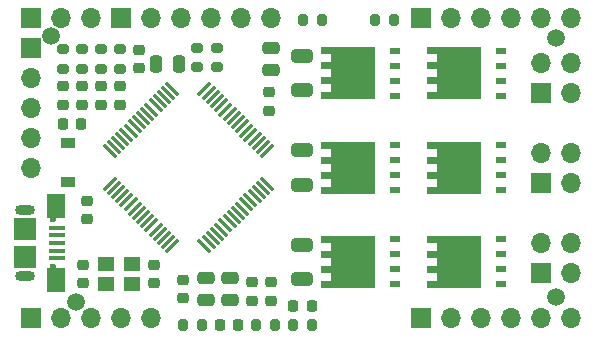
<source format=gbr>
%TF.GenerationSoftware,KiCad,Pcbnew,6.0.5+dfsg-1~bpo11+1*%
%TF.CreationDate,2022-07-20T16:51:46+00:00*%
%TF.ProjectId,xESC2,78455343-322e-46b6-9963-61645f706362,rev?*%
%TF.SameCoordinates,Original*%
%TF.FileFunction,Soldermask,Top*%
%TF.FilePolarity,Negative*%
%FSLAX46Y46*%
G04 Gerber Fmt 4.6, Leading zero omitted, Abs format (unit mm)*
G04 Created by KiCad (PCBNEW 6.0.5+dfsg-1~bpo11+1) date 2022-07-20 16:51:46*
%MOMM*%
%LPD*%
G01*
G04 APERTURE LIST*
G04 Aperture macros list*
%AMRoundRect*
0 Rectangle with rounded corners*
0 $1 Rounding radius*
0 $2 $3 $4 $5 $6 $7 $8 $9 X,Y pos of 4 corners*
0 Add a 4 corners polygon primitive as box body*
4,1,4,$2,$3,$4,$5,$6,$7,$8,$9,$2,$3,0*
0 Add four circle primitives for the rounded corners*
1,1,$1+$1,$2,$3*
1,1,$1+$1,$4,$5*
1,1,$1+$1,$6,$7*
1,1,$1+$1,$8,$9*
0 Add four rect primitives between the rounded corners*
20,1,$1+$1,$2,$3,$4,$5,0*
20,1,$1+$1,$4,$5,$6,$7,0*
20,1,$1+$1,$6,$7,$8,$9,0*
20,1,$1+$1,$8,$9,$2,$3,0*%
%AMFreePoly0*
4,1,17,2.675000,1.605000,1.875000,1.605000,1.875000,0.935000,2.675000,0.935000,2.675000,0.335000,1.875000,0.335000,1.875000,-0.335000,2.675000,-0.335000,2.675000,-0.935000,1.875000,-0.935000,1.875000,-1.605000,2.675000,-1.605000,2.675000,-2.205000,-1.875000,-2.205000,-1.875000,2.205000,2.675000,2.205000,2.675000,1.605000,2.675000,1.605000,$1*%
G04 Aperture macros list end*
%ADD10RoundRect,0.225000X0.250000X-0.225000X0.250000X0.225000X-0.250000X0.225000X-0.250000X-0.225000X0*%
%ADD11RoundRect,0.225000X-0.250000X0.225000X-0.250000X-0.225000X0.250000X-0.225000X0.250000X0.225000X0*%
%ADD12RoundRect,0.225000X0.225000X0.250000X-0.225000X0.250000X-0.225000X-0.250000X0.225000X-0.250000X0*%
%ADD13RoundRect,0.250000X-0.475000X0.250000X-0.475000X-0.250000X0.475000X-0.250000X0.475000X0.250000X0*%
%ADD14RoundRect,0.250000X0.475000X-0.250000X0.475000X0.250000X-0.475000X0.250000X-0.475000X-0.250000X0*%
%ADD15RoundRect,0.200000X-0.200000X-0.275000X0.200000X-0.275000X0.200000X0.275000X-0.200000X0.275000X0*%
%ADD16RoundRect,0.218750X-0.218750X-0.256250X0.218750X-0.256250X0.218750X0.256250X-0.218750X0.256250X0*%
%ADD17R,1.700000X1.700000*%
%ADD18O,1.700000X1.700000*%
%ADD19RoundRect,0.218750X-0.256250X0.218750X-0.256250X-0.218750X0.256250X-0.218750X0.256250X0.218750X0*%
%ADD20RoundRect,0.218750X0.218750X0.256250X-0.218750X0.256250X-0.218750X-0.256250X0.218750X-0.256250X0*%
%ADD21RoundRect,0.075000X-0.441942X-0.548008X0.548008X0.441942X0.441942X0.548008X-0.548008X-0.441942X0*%
%ADD22RoundRect,0.075000X0.441942X-0.548008X0.548008X-0.441942X-0.441942X0.548008X-0.548008X0.441942X0*%
%ADD23RoundRect,0.249999X0.650001X-0.325001X0.650001X0.325001X-0.650001X0.325001X-0.650001X-0.325001X0*%
%ADD24FreePoly0,180.000000*%
%ADD25R,0.850000X0.500000*%
%ADD26C,0.600000*%
%ADD27R,1.350000X0.400000*%
%ADD28R,1.600000X2.100000*%
%ADD29R,1.900000X1.900000*%
%ADD30O,1.700000X0.850000*%
%ADD31R,1.200000X0.900000*%
%ADD32RoundRect,0.200000X0.275000X-0.200000X0.275000X0.200000X-0.275000X0.200000X-0.275000X-0.200000X0*%
%ADD33R,1.400000X1.200000*%
%ADD34RoundRect,0.250000X-0.250000X-0.475000X0.250000X-0.475000X0.250000X0.475000X-0.250000X0.475000X0*%
%ADD35RoundRect,0.200000X-0.275000X0.200000X-0.275000X-0.200000X0.275000X-0.200000X0.275000X0.200000X0*%
%ADD36C,1.500000*%
G04 APERTURE END LIST*
D10*
%TO.C,C32*%
X235500000Y-128175000D03*
X235500000Y-126625000D03*
%TD*%
D11*
%TO.C,C33*%
X241500000Y-126625000D03*
X241500000Y-128175000D03*
%TD*%
D12*
%TO.C,C34*%
X235325000Y-114700000D03*
X233775000Y-114700000D03*
%TD*%
D13*
%TO.C,C35*%
X251400000Y-108250000D03*
X251400000Y-110150000D03*
%TD*%
D11*
%TO.C,C37*%
X243960000Y-127925000D03*
X243960000Y-129475000D03*
%TD*%
D14*
%TO.C,C38*%
X247960000Y-129660000D03*
X247960000Y-127760000D03*
%TD*%
D10*
%TO.C,C40*%
X251200000Y-113575000D03*
X251200000Y-112025000D03*
%TD*%
D11*
%TO.C,C41*%
X235800000Y-121225000D03*
X235800000Y-122775000D03*
%TD*%
%TO.C,C42*%
X249800000Y-128125000D03*
X249800000Y-129675000D03*
%TD*%
D14*
%TO.C,C39*%
X245880000Y-129660000D03*
X245880000Y-127760000D03*
%TD*%
D15*
%TO.C,R16*%
X253215000Y-131760000D03*
X254865000Y-131760000D03*
%TD*%
D16*
%TO.C,D2*%
X253252500Y-130160000D03*
X254827500Y-130160000D03*
%TD*%
D17*
%TO.C,J3*%
X231060000Y-108240000D03*
D18*
X231060000Y-110780000D03*
X231060000Y-113320000D03*
X231060000Y-115860000D03*
X231060000Y-118400000D03*
%TD*%
D19*
%TO.C,D4*%
X251400000Y-128112500D03*
X251400000Y-129687500D03*
%TD*%
D20*
%TO.C,D5*%
X248627500Y-131760000D03*
X247052500Y-131760000D03*
%TD*%
D15*
%TO.C,R37*%
X250115000Y-131760000D03*
X251765000Y-131760000D03*
%TD*%
%TO.C,R38*%
X243915000Y-131760000D03*
X245565000Y-131760000D03*
%TD*%
%TO.C,R39*%
X254075000Y-105900000D03*
X255725000Y-105900000D03*
%TD*%
%TO.C,R40*%
X260175000Y-105900000D03*
X261825000Y-105900000D03*
%TD*%
D21*
%TO.C,U4*%
X237735519Y-119761181D03*
X238089072Y-120114734D03*
X238442625Y-120468287D03*
X238796179Y-120821841D03*
X239149732Y-121175394D03*
X239503286Y-121528948D03*
X239856839Y-121882501D03*
X240210392Y-122236054D03*
X240563946Y-122589608D03*
X240917499Y-122943161D03*
X241271052Y-123296714D03*
X241624606Y-123650268D03*
X241978159Y-124003821D03*
X242331713Y-124357375D03*
X242685266Y-124710928D03*
X243038819Y-125064481D03*
D22*
X245761181Y-125064481D03*
X246114734Y-124710928D03*
X246468287Y-124357375D03*
X246821841Y-124003821D03*
X247175394Y-123650268D03*
X247528948Y-123296714D03*
X247882501Y-122943161D03*
X248236054Y-122589608D03*
X248589608Y-122236054D03*
X248943161Y-121882501D03*
X249296714Y-121528948D03*
X249650268Y-121175394D03*
X250003821Y-120821841D03*
X250357375Y-120468287D03*
X250710928Y-120114734D03*
X251064481Y-119761181D03*
D21*
X251064481Y-117038819D03*
X250710928Y-116685266D03*
X250357375Y-116331713D03*
X250003821Y-115978159D03*
X249650268Y-115624606D03*
X249296714Y-115271052D03*
X248943161Y-114917499D03*
X248589608Y-114563946D03*
X248236054Y-114210392D03*
X247882501Y-113856839D03*
X247528948Y-113503286D03*
X247175394Y-113149732D03*
X246821841Y-112796179D03*
X246468287Y-112442625D03*
X246114734Y-112089072D03*
X245761181Y-111735519D03*
D22*
X243038819Y-111735519D03*
X242685266Y-112089072D03*
X242331713Y-112442625D03*
X241978159Y-112796179D03*
X241624606Y-113149732D03*
X241271052Y-113503286D03*
X240917499Y-113856839D03*
X240563946Y-114210392D03*
X240210392Y-114563946D03*
X239856839Y-114917499D03*
X239503286Y-115271052D03*
X239149732Y-115624606D03*
X238796179Y-115978159D03*
X238442625Y-116331713D03*
X238089072Y-116685266D03*
X237735519Y-117038819D03*
%TD*%
D23*
%TO.C,C1*%
X254000000Y-127875000D03*
X254000000Y-124925000D03*
%TD*%
%TO.C,C2*%
X254000000Y-119875000D03*
X254000000Y-116925000D03*
%TD*%
D24*
%TO.C,Q1*%
X258350000Y-126400000D03*
D25*
X261900000Y-128305000D03*
X261900000Y-127035000D03*
X261900000Y-125765000D03*
X261900000Y-124495000D03*
%TD*%
D24*
%TO.C,Q3*%
X258350000Y-118400000D03*
D25*
X261900000Y-120305000D03*
X261900000Y-119035000D03*
X261900000Y-117765000D03*
X261900000Y-116495000D03*
%TD*%
D24*
%TO.C,Q5*%
X258350000Y-110400000D03*
D25*
X261900000Y-112305000D03*
X261900000Y-111035000D03*
X261900000Y-109765000D03*
X261900000Y-108495000D03*
%TD*%
D26*
%TO.C,J2*%
X232950000Y-122800000D03*
X232950000Y-126800000D03*
D27*
X233275000Y-123500000D03*
X233275000Y-124150000D03*
X233275000Y-124800000D03*
X233275000Y-125450000D03*
X233275000Y-126100000D03*
D28*
X233150000Y-121700000D03*
X233150000Y-127900000D03*
D29*
X230600000Y-123600000D03*
X230600000Y-126000000D03*
D30*
X230600000Y-121975000D03*
X230600000Y-127625000D03*
%TD*%
D31*
%TO.C,D3*%
X234200000Y-116350000D03*
X234200000Y-119650000D03*
%TD*%
D32*
%TO.C,R32*%
X245100000Y-109925000D03*
X245100000Y-108275000D03*
%TD*%
%TO.C,R31*%
X246800000Y-109925000D03*
X246800000Y-108275000D03*
%TD*%
D24*
%TO.C,Q6*%
X267350000Y-110400000D03*
D25*
X270900000Y-112305000D03*
X270900000Y-111035000D03*
X270900000Y-109765000D03*
X270900000Y-108495000D03*
%TD*%
D24*
%TO.C,Q4*%
X267350000Y-118400000D03*
D25*
X270900000Y-120305000D03*
X270900000Y-119035000D03*
X270900000Y-117765000D03*
X270900000Y-116495000D03*
%TD*%
D24*
%TO.C,Q2*%
X267350000Y-126400000D03*
D25*
X270900000Y-128305000D03*
X270900000Y-127035000D03*
X270900000Y-125765000D03*
X270900000Y-124495000D03*
%TD*%
D23*
%TO.C,C3*%
X254000000Y-111875000D03*
X254000000Y-108925000D03*
%TD*%
D33*
%TO.C,Y1*%
X237400000Y-128250000D03*
X239600000Y-128250000D03*
X239600000Y-126550000D03*
X237400000Y-126550000D03*
%TD*%
D34*
%TO.C,C36*%
X241700000Y-109650000D03*
X243600000Y-109650000D03*
%TD*%
D10*
%TO.C,C43*%
X240200000Y-109975000D03*
X240200000Y-108425000D03*
%TD*%
D35*
%TO.C,R33*%
X235400000Y-108375000D03*
X235400000Y-110025000D03*
%TD*%
%TO.C,R34*%
X237000000Y-108375000D03*
X237000000Y-110025000D03*
%TD*%
D11*
%TO.C,C44*%
X233800000Y-111525000D03*
X233800000Y-113075000D03*
%TD*%
%TO.C,C45*%
X235400000Y-111525000D03*
X235400000Y-113075000D03*
%TD*%
%TO.C,C46*%
X237000000Y-111525000D03*
X237000000Y-113075000D03*
%TD*%
D35*
%TO.C,R35*%
X238600000Y-108375000D03*
X238600000Y-110025000D03*
%TD*%
%TO.C,R30*%
X233800000Y-108375000D03*
X233800000Y-110025000D03*
%TD*%
D11*
%TO.C,C47*%
X238600000Y-111525000D03*
X238600000Y-113075000D03*
%TD*%
D36*
%TO.C,FID1*%
X275500000Y-129400000D03*
%TD*%
%TO.C,FID2*%
X275500000Y-107400000D03*
%TD*%
%TO.C,FID3*%
X234900000Y-129800000D03*
%TD*%
%TO.C,FID5*%
X232800000Y-107300000D03*
%TD*%
D17*
%TO.C,J5*%
X231060000Y-105700000D03*
D18*
X233600000Y-105700000D03*
X236140000Y-105700000D03*
%TD*%
D17*
%TO.C,J1*%
X238680000Y-105700000D03*
D18*
X241220000Y-105700000D03*
X243760000Y-105700000D03*
X246300000Y-105700000D03*
X248840000Y-105700000D03*
X251380000Y-105700000D03*
%TD*%
D17*
%TO.C,J4*%
X231060000Y-131100000D03*
D18*
X233600000Y-131100000D03*
X236140000Y-131100000D03*
X238680000Y-131100000D03*
X241220000Y-131100000D03*
%TD*%
D17*
%TO.C,J9*%
X264080000Y-105700000D03*
D18*
X266620000Y-105700000D03*
X269160000Y-105700000D03*
X271700000Y-105700000D03*
X274240000Y-105700000D03*
X276780000Y-105700000D03*
%TD*%
D17*
%TO.C,J10*%
X264080000Y-131100000D03*
D18*
X266620000Y-131100000D03*
X269160000Y-131100000D03*
X271700000Y-131100000D03*
X274240000Y-131100000D03*
X276780000Y-131100000D03*
%TD*%
D17*
%TO.C,J8*%
X274240000Y-112050000D03*
D18*
X276780000Y-112050000D03*
X274240000Y-109510000D03*
X276780000Y-109510000D03*
%TD*%
D17*
%TO.C,J7*%
X274240000Y-119670000D03*
D18*
X276780000Y-119670000D03*
X274240000Y-117130000D03*
X276780000Y-117130000D03*
%TD*%
D17*
%TO.C,J6*%
X274240000Y-127290000D03*
D18*
X276780000Y-127290000D03*
X274240000Y-124750000D03*
X276780000Y-124750000D03*
%TD*%
M02*

</source>
